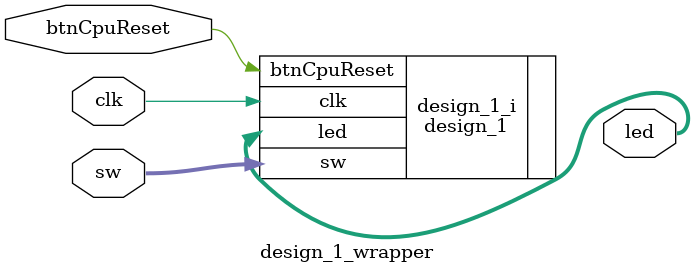
<source format=v>
`timescale 1 ps / 1 ps

module design_1_wrapper
   (btnCpuReset,
    clk,
    led,
    sw);
  input btnCpuReset;
  input clk;
  output [15:0]led;
  input [15:0]sw;

  wire btnCpuReset;
  wire clk;
  wire [15:0]led;
  wire [15:0]sw;

  design_1 design_1_i
       (.btnCpuReset(btnCpuReset),
        .clk(clk),
        .led(led),
        .sw(sw));
endmodule

</source>
